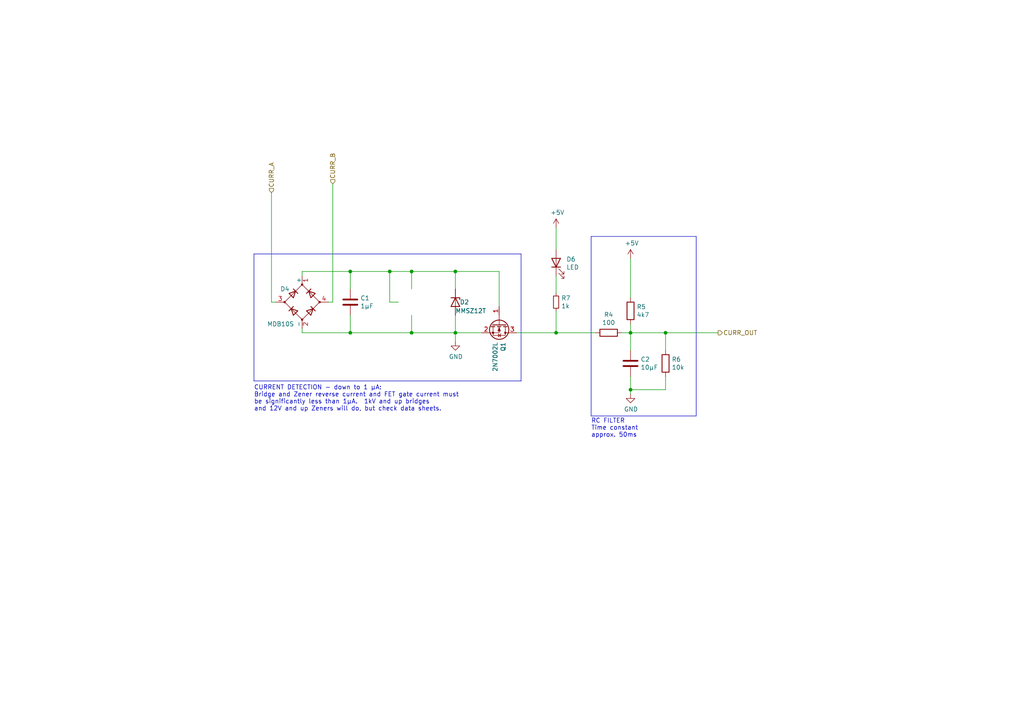
<source format=kicad_sch>
(kicad_sch (version 20230121) (generator eeschema)
  (paper "A4")
  (lib_symbols
    (symbol "Device:C" (pin_numbers hide) (pin_names (offset 0.254))
      (property "Reference" "C" (at 0.635 2.54 0))
      (property "Value" "C" (at 0.635 -2.54 0))
      (symbol "C_0_1"
        (polyline (pts (xy -2.032 -0.762) (xy 2.032 -0.762)) (stroke (width 0.508)))
        (polyline (pts (xy -2.032 0.762) (xy 2.032 0.762)) (stroke (width 0.508)))
      )
      (symbol "C_1_1"
        (pin passive line (at 0 3.81 270) (length 2.794) (name "~") (number "1"))
        (pin passive line (at 0 -3.81 90) (length 2.794) (name "~") (number "2"))
      )
    )
    (symbol "Device:D_Bridge_+-AA" (pin_names (offset 0))
      (property "Reference" "D" (at 2.54 6.985 0))
      (property "Value" "D_Bridge_+-AA" (at 2.54 5.08 0))
      (symbol "D_Bridge_+-AA_0_1"
        (circle (center -5.08 0) (radius 0.254) (fill (type outline)))
        (circle (center 0 -5.08) (radius 0.254) (fill (type outline)))
        (polyline (pts (xy -2.54 3.81) (xy -1.27 2.54)) (stroke (width 0.254)))
        (polyline (pts (xy -1.27 -2.54) (xy -2.54 -3.81)) (stroke (width 0.254)))
        (polyline (pts (xy 2.54 -1.27) (xy 3.81 -2.54)) (stroke (width 0.254)))
        (polyline (pts (xy 2.54 1.27) (xy 3.81 2.54)) (stroke (width 0.254)))
        (polyline (pts (xy -3.81 2.54) (xy -2.54 1.27) (xy -1.905 3.175) (xy -3.81 2.54)) (stroke (width 0.254)))
        (polyline (pts (xy -2.54 -1.27) (xy -3.81 -2.54) (xy -1.905 -3.175) (xy -2.54 -1.27)) (stroke (width 0.254)))
        (polyline (pts (xy 1.27 2.54) (xy 2.54 3.81) (xy 3.175 1.905) (xy 1.27 2.54)) (stroke (width 0.254)))
        (polyline (pts (xy 3.175 -1.905) (xy 1.27 -2.54) (xy 2.54 -3.81) (xy 3.175 -1.905)) (stroke (width 0.254)))
        (polyline (pts (xy -5.08 0) (xy 0 -5.08) (xy 5.08 0) (xy 0 5.08) (xy -5.08 0)))
        (circle (center 0 5.08) (radius 0.254) (fill (type outline)))
        (circle (center 5.08 0) (radius 0.254) (fill (type outline)))
      )
      (symbol "D_Bridge_+-AA_1_1"
        (pin passive line (at 7.62 0 180) (length 2.54) (name "+") (number "1"))
        (pin passive line (at -7.62 0 0) (length 2.54) (name "-") (number "2"))
        (pin passive line (at 0 7.62 270) (length 2.54) (name "~") (number "3"))
        (pin passive line (at 0 -7.62 90) (length 2.54) (name "~") (number "4"))
      )
    )
    (symbol "Device:D_Zener" (pin_numbers hide) (pin_names (offset 1.016) hide)
      (property "Reference" "D" (at 0 2.54 0))
      (property "Value" "D_Zener" (at 0 -2.54 0))
      (symbol "D_Zener_0_1"
        (polyline (pts (xy 1.27 0) (xy -1.27 0)))
        (polyline (pts (xy -1.27 -1.27) (xy -1.27 1.27) (xy -0.762 1.27)) (stroke (width 0.254)))
        (polyline (pts (xy 1.27 -1.27) (xy 1.27 1.27) (xy -1.27 0) (xy 1.27 -1.27)) (stroke (width 0.254)))
      )
      (symbol "D_Zener_1_1"
        (pin passive line (at -3.81 0 0) (length 2.54) (name "K") (number "1"))
        (pin passive line (at 3.81 0 180) (length 2.54) (name "A") (number "2"))
      )
    )
    (symbol "Device:LED" (pin_numbers hide) (pin_names (offset 1.016) hide)
      (property "Reference" "D" (at 0 2.54 0))
      (property "Value" "LED" (at 0 -2.54 0))
      (symbol "LED_0_1"
        (polyline (pts (xy -1.27 -1.27) (xy -1.27 1.27)) (stroke (width 0.254)))
        (polyline (pts (xy -1.27 0) (xy 1.27 0)))
        (polyline (pts (xy 1.27 -1.27) (xy 1.27 1.27) (xy -1.27 0) (xy 1.27 -1.27)) (stroke (width 0.254)))
        (polyline (pts (xy -3.048 -0.762) (xy -4.572 -2.286) (xy -3.81 -2.286) (xy -4.572 -2.286) (xy -4.572 -1.524)))
        (polyline (pts (xy -1.778 -0.762) (xy -3.302 -2.286) (xy -2.54 -2.286) (xy -3.302 -2.286) (xy -3.302 -1.524)))
      )
      (symbol "LED_1_1"
        (pin passive line (at -3.81 0 0) (length 2.54) (name "K") (number "1"))
        (pin passive line (at 3.81 0 180) (length 2.54) (name "A") (number "2"))
      )
    )
    (symbol "Device:Q_NMOS_GSD" (pin_names (offset 0) hide)
      (property "Reference" "Q" (at 5.08 1.27 0))
      (property "Value" "Q_NMOS_GSD" (at 5.08 -1.27 0))
      (symbol "Q_NMOS_GSD_0_1"
        (polyline (pts (xy 0.254 0) (xy -2.54 0)))
        (polyline (pts (xy 0.254 1.905) (xy 0.254 -1.905)) (stroke (width 0.254)))
        (polyline (pts (xy 0.762 -1.27) (xy 0.762 -2.286)) (stroke (width 0.254)))
        (polyline (pts (xy 0.762 0.508) (xy 0.762 -0.508)) (stroke (width 0.254)))
        (polyline (pts (xy 0.762 2.286) (xy 0.762 1.27)) (stroke (width 0.254)))
        (polyline (pts (xy 2.54 2.54) (xy 2.54 1.778)))
        (polyline (pts (xy 2.54 -2.54) (xy 2.54 0) (xy 0.762 0)))
        (polyline (pts (xy 0.762 -1.778) (xy 3.302 -1.778) (xy 3.302 1.778) (xy 0.762 1.778)))
        (polyline (pts (xy 1.016 0) (xy 2.032 0.381) (xy 2.032 -0.381) (xy 1.016 0)) (fill (type outline)))
        (polyline (pts (xy 2.794 0.508) (xy 2.921 0.381) (xy 3.683 0.381) (xy 3.81 0.254)))
        (polyline (pts (xy 3.302 0.381) (xy 2.921 -0.254) (xy 3.683 -0.254) (xy 3.302 0.381)))
        (circle (center 1.651 0) (radius 2.794) (stroke (width 0.254)))
        (circle (center 2.54 -1.778) (radius 0.254) (fill (type outline)))
        (circle (center 2.54 1.778) (radius 0.254) (fill (type outline)))
      )
      (symbol "Q_NMOS_GSD_1_1"
        (pin input line (at -5.08 0 0) (length 2.54) (name "G") (number "1"))
        (pin passive line (at 2.54 -5.08 90) (length 2.54) (name "S") (number "2"))
        (pin passive line (at 2.54 5.08 270) (length 2.54) (name "D") (number "3"))
      )
    )
    (symbol "Device:R" (pin_numbers hide) (pin_names (offset 0))
      (property "Reference" "R" (at 2.032 0 90))
      (property "Value" "R" (at 0 0 90))
      (symbol "R_0_1"
        (rectangle (start -1.016 -2.54) (end 1.016 2.54) (stroke (width 0.254)))
      )
      (symbol "R_1_1"
        (pin passive line (at 0 3.81 270) (length 1.27) (name "~") (number "1"))
        (pin passive line (at 0 -3.81 90) (length 1.27) (name "~") (number "2"))
      )
    )
    (symbol "Device:R_Small" (pin_numbers hide) (pin_names (offset 0.254) hide)
      (property "Reference" "R" (at 0.762 0.508 0))
      (property "Value" "R_Small" (at 0.762 -1.016 0))
      (symbol "R_Small_0_1"
        (rectangle (start -0.762 1.778) (end 0.762 -1.778) (stroke (width 0.2032)))
      )
      (symbol "R_Small_1_1"
        (pin passive line (at 0 2.54 270) (length 0.762) (name "~") (number "1"))
        (pin passive line (at 0 -2.54 90) (length 0.762) (name "~") (number "2"))
      )
    )
    (symbol "power:+5V" (power) (pin_names (offset 0))
      (property "Value" "+5V" (at 0 3.556 0))
      (symbol "+5V_0_1"
        (polyline (pts (xy -0.762 1.27) (xy 0 2.54)))
        (polyline (pts (xy 0 0) (xy 0 2.54)))
        (polyline (pts (xy 0 2.54) (xy 0.762 1.27)))
      )
      (symbol "+5V_1_1"
        (pin power_in line (at 0 0 90) (length 0) hide (name "+5V") (number "1"))
      )
    )
    (symbol "power:GND" (power) (pin_names (offset 0))
      (property "Value" "GND" (at 0 -3.81 0))
      (symbol "GND_0_1"
        (polyline (pts (xy 0 0) (xy 0 -1.27) (xy 1.27 -1.27) (xy 0 -2.54) (xy -1.27 -1.27) (xy 0 -1.27)))
      )
      (symbol "GND_1_1"
        (pin power_in line (at 0 0 270) (length 0) hide (name "GND") (number "1"))
      )
    )
  )
  (junction (at 113.03 78.74))
  (junction (at 101.6 96.52))
  (junction (at 182.88 113.03))
  (junction (at 182.88 96.52))
  (junction (at 132.08 96.52))
  (junction (at 119.38 96.52))
  (junction (at 101.6 78.74))
  (junction (at 132.08 78.74))
  (junction (at 119.38 78.74))
  (junction (at 193.04 96.52))
  (junction (at 161.29 96.52))
  (wire (pts (xy 182.88 96.52) (xy 193.04 96.52)))
  (wire (pts (xy 87.63 80.01) (xy 87.63 78.74)))
  (wire (pts (xy 78.74 87.63) (xy 80.01 87.63)))
  (wire (pts (xy 113.03 78.74) (xy 119.38 78.74)))
  (wire (pts (xy 193.04 96.52) (xy 193.04 101.6)))
  (wire (pts (xy 87.63 78.74) (xy 101.6 78.74)))
  (wire (pts (xy 161.29 96.52) (xy 172.72 96.52)))
  (wire (pts (xy 132.08 99.06) (xy 132.08 96.52)))
  (wire (pts (xy 132.08 96.52) (xy 139.7 96.52)))
  (wire (pts (xy 87.63 96.52) (xy 101.6 96.52)))
  (wire (pts (xy 182.88 113.03) (xy 182.88 114.3)))
  (wire (pts (xy 87.63 95.25) (xy 87.63 96.52)))
  (wire (pts (xy 119.38 96.52) (xy 132.08 96.52)))
  (wire (pts (xy 161.29 72.39) (xy 161.29 66.04)))
  (polyline (pts (xy 151.13 110.49) (xy 73.66 110.49)))
  (wire (pts (xy 96.52 53.34) (xy 96.52 87.63)))
  (wire (pts (xy 193.04 109.22) (xy 193.04 113.03)))
  (wire (pts (xy 149.86 96.52) (xy 161.29 96.52)))
  (wire (pts (xy 144.78 88.9) (xy 144.78 78.74)))
  (wire (pts (xy 180.34 96.52) (xy 182.88 96.52)))
  (wire (pts (xy 78.74 55.88) (xy 78.74 87.63)))
  (wire (pts (xy 119.38 91.44) (xy 119.38 96.52)))
  (wire (pts (xy 161.29 85.09) (xy 161.29 80.01)))
  (wire (pts (xy 113.03 87.63) (xy 113.03 78.74)))
  (polyline (pts (xy 73.66 73.66) (xy 151.13 73.66)))
  (wire (pts (xy 182.88 109.22) (xy 182.88 113.03)))
  (wire (pts (xy 96.52 87.63) (xy 95.25 87.63)))
  (wire (pts (xy 132.08 91.44) (xy 132.08 96.52)))
  (wire (pts (xy 193.04 113.03) (xy 182.88 113.03)))
  (polyline (pts (xy 73.66 110.49) (xy 73.66 73.66)))
  (wire (pts (xy 144.78 78.74) (xy 132.08 78.74)))
  (wire (pts (xy 101.6 96.52) (xy 119.38 96.52)))
  (wire (pts (xy 182.88 86.36) (xy 182.88 74.93)))
  (wire (pts (xy 161.29 90.17) (xy 161.29 96.52)))
  (polyline (pts (xy 201.93 120.65) (xy 171.45 120.65)))
  (wire (pts (xy 182.88 96.52) (xy 182.88 93.98)))
  (wire (pts (xy 119.38 83.82) (xy 119.38 78.74)))
  (polyline (pts (xy 201.93 68.58) (xy 201.93 120.65)))
  (polyline (pts (xy 171.45 68.58) (xy 201.93 68.58)))
  (wire (pts (xy 132.08 83.82) (xy 132.08 78.74)))
  (wire (pts (xy 119.38 78.74) (xy 132.08 78.74)))
  (wire (pts (xy 101.6 96.52) (xy 101.6 91.44)))
  (polyline (pts (xy 171.45 120.65) (xy 171.45 68.58)))
  (wire (pts (xy 193.04 96.52) (xy 208.28 96.52)))
  (wire (pts (xy 101.6 78.74) (xy 113.03 78.74)))
  (wire (pts (xy 115.57 87.63) (xy 113.03 87.63)))
  (polyline (pts (xy 151.13 73.66) (xy 151.13 110.49)))
  (wire (pts (xy 101.6 83.82) (xy 101.6 78.74)))
  (wire (pts (xy 182.88 96.52) (xy 182.88 101.6)))
  (text "RC FILTER\nTime constant\napprox. 50ms" (at 171.45 127 0) (effects (font (size 1.27 1.27)) (justify left bottom)))
  (text "CURRENT DETECTION - down to 1 µA:\nBridge and Zener reverse current and FET gate current must\nbe significantly less than 1µA.  1kV and up bridges\nand 12V and up Zeners will do, but check data sheets." (at 73.66 119.38 0) (effects (font (size 1.27 1.27)) (justify left bottom)))
  (hierarchical_label "CURR_OUT" (shape output) (at 208.28 96.52 0))
  (hierarchical_label "CURR_A" (shape input) (at 78.74 55.88 90))
  (hierarchical_label "CURR_B" (shape input) (at 96.52 53.34 90))
  (symbol (lib_id "Device:R_POT_TRIM") (at 119.38 87.63 180) (unit 1)
    (property "Reference" "RV1" (at 121.158 86.4616 0) (effects (justify right)))
    (property "Value" "5M" (at 121.158 88.773 0) (effects (justify right)))
    (property "Footprint" "Potentiometer_THT:Potentiometer_Bourns_3386P_Vertical" (effects hide))
    (instances (project "authbox-relay-driver" (path "" (reference "RV1") (unit 1)) (path "" (reference "RV?") (unit 1)) (path "" (reference "RV2") (unit 1))))
  )
  (symbol (lib_id "Device:D_Zener") (at 132.08 87.63 270) (unit 1)
    (property "Reference" "D2" (at 133.35 87.63 90) (effects (justify left)))
    (property "Value" "MMSZ12T" (at 132.08 90.17 90) (effects (justify left)))
    (property "Footprint" "Diode_SMD:D_SOD-123" (effects hide))
    (instances (project "authbox-relay-driver" (path "" (reference "D2") (unit 1)) (path "" (reference "D?") (unit 1)) (path "" (reference "D5") (unit 1))))
  )
  (symbol (lib_id "Device:Q_NMOS_GSD") (at 144.78 93.98 270) (unit 1)
    (property "Reference" "Q1" (at 145.9484 99.2124 0) (effects (justify left)))
    (property "Value" "2N7002L" (at 143.637 99.2124 0) (effects (justify left)))
    (property "Footprint" "Package_TO_SOT_SMD:SOT-23_Handsoldering" (effects hide))
    (instances (project "authbox-relay-driver" (path "" (reference "Q1") (unit 1)) (path "" (reference "Q?") (unit 1)) (path "" (reference "Q4") (unit 1))))
  )
  (symbol (lib_id "Device:C") (at 101.6 87.63 0) (unit 1)
    (property "Reference" "C1" (at 104.521 86.4616 0) (effects (justify left)))
    (property "Value" "1µF" (at 104.521 88.773 0) (effects (justify left)))
    (property "Footprint" "Capacitor_SMD:C_0603_1608Metric_Pad0.99x1.00mm_HandSolder" (effects hide))
    (instances (project "authbox-relay-driver" (path "" (reference "C1") (unit 1)) (path "" (reference "C?") (unit 1)) (path "" (reference "C3") (unit 1))))
  )
  (symbol (lib_id "power:GND") (at 132.08 99.06 0) (unit 1)
    (property "Reference" "#PWR0104" (effects hide))
    (property "Value" "GND" (at 132.207 103.4542 0))
    (instances (project "authbox-relay-driver" (path "" (reference "#PWR0104") (unit 1)) (path "" (reference "#PWR?") (unit 1)) (path "" (reference "#PWR0121") (unit 1))))
  )
  (symbol (lib_id "Device:R") (at 176.53 96.52 270) (unit 1)
    (property "Reference" "R4" (at 176.53 91.2622 90))
    (property "Value" "100" (at 176.53 93.5736 90))
    (property "Footprint" "Resistor_SMD:R_0603_1608Metric_Pad0.99x1.00mm_HandSolder" (effects hide))
    (instances (project "authbox-relay-driver" (path "" (reference "R4") (unit 1)) (path "" (reference "R?") (unit 1)) (path "" (reference "R8") (unit 1))))
  )
  (symbol (lib_id "Device:R") (at 182.88 90.17 0) (unit 1)
    (property "Reference" "R5" (at 184.658 89.0016 0) (effects (justify left)))
    (property "Value" "4k7" (at 184.658 91.313 0) (effects (justify left)))
    (property "Footprint" "Resistor_SMD:R_0603_1608Metric_Pad0.99x1.00mm_HandSolder" (effects hide))
    (instances (project "authbox-relay-driver" (path "" (reference "R5") (unit 1)) (path "" (reference "R?") (unit 1)) (path "" (reference "R9") (unit 1))))
  )
  (symbol (lib_id "Device:C") (at 182.88 105.41 0) (unit 1)
    (property "Reference" "C2" (at 185.801 104.2416 0) (effects (justify left)))
    (property "Value" "10µF" (at 185.801 106.553 0) (effects (justify left)))
    (property "Footprint" "Capacitor_SMD:C_0603_1608Metric_Pad0.99x1.00mm_HandSolder" (effects hide))
    (instances (project "authbox-relay-driver" (path "" (reference "C2") (unit 1)) (path "" (reference "C?") (unit 1)) (path "" (reference "C6") (unit 1))))
  )
  (symbol (lib_id "power:+5V") (at 182.88 74.93 0) (unit 1)
    (property "Reference" "#PWR0105" (effects hide))
    (property "Value" "+5V" (at 183.261 70.5358 0))
    (instances (project "authbox-relay-driver" (path "" (reference "#PWR0105") (unit 1)) (path "" (reference "#PWR?") (unit 1)) (path "" (reference "#PWR0122") (unit 1))))
  )
  (symbol (lib_id "power:GND") (at 182.88 114.3 0) (unit 1)
    (property "Reference" "#PWR0106" (effects hide))
    (property "Value" "GND" (at 183.007 118.6942 0))
    (instances (project "authbox-relay-driver" (path "" (reference "#PWR0106") (unit 1)) (path "" (reference "#PWR?") (unit 1)) (path "" (reference "#PWR0123") (unit 1))))
  )
  (symbol (lib_id "Device:R") (at 193.04 105.41 0) (unit 1)
    (property "Reference" "R6" (at 194.818 104.2416 0) (effects (justify left)))
    (property "Value" "10k" (at 194.818 106.553 0) (effects (justify left)))
    (property "Footprint" "Resistor_SMD:R_0603_1608Metric_Pad0.99x1.00mm_HandSolder" (effects hide))
    (instances (project "authbox-relay-driver" (path "" (reference "R6") (unit 1)) (path "" (reference "R?") (unit 1)) (path "" (reference "R10") (unit 1))))
  )
  (symbol (lib_id "Device:LED") (at 161.29 76.2 90) (unit 1)
    (property "Reference" "D6" (at 164.2618 75.2094 90) (effects (justify right)))
    (property "Value" "LED" (at 164.2618 77.5208 90) (effects (justify right)))
    (property "Footprint" "LED_SMD:LED_0603_1608Metric_Pad0.82x1.00mm_HandSolder" (effects hide))
    (instances (project "authbox-relay-driver" (path "" (reference "D6") (unit 1)) (path "" (reference "D3") (unit 1))))
  )
  (symbol (lib_id "Device:R_Small") (at 161.29 87.63 0) (unit 1)
    (property "Reference" "R7" (at 162.7886 86.4616 0) (effects (justify left)))
    (property "Value" "1k" (at 162.7886 88.773 0) (effects (justify left)))
    (property "Footprint" "Resistor_SMD:R_0603_1608Metric_Pad0.99x1.00mm_HandSolder" (effects hide))
    (instances (project "authbox-relay-driver" (path "" (reference "R7") (unit 1)) (path "" (reference "R3") (unit 1))))
  )
  (symbol (lib_id "power:+5V") (at 161.29 66.04 0) (unit 1)
    (property "Reference" "#PWR0124" (effects hide))
    (property "Value" "+5V" (at 161.671 61.6458 0))
    (instances (project "authbox-relay-driver" (path "" (reference "#PWR0124") (unit 1)) (path "" (reference "#PWR0120") (unit 1))))
  )
  (symbol (lib_id "Device:D_Bridge_+-AA") (at 87.63 87.63 90) (unit 1)
    (property "Reference" "D4" (at 81.28 83.82 90) (effects (justify right)))
    (property "Value" "MDB10S" (at 77.47 93.98 90) (effects (justify right)))
    (property "Footprint" "Diode_SMD:Diode_Bridge_Diotec_ABS" (effects hide))
    (instances (project "authbox-relay-driver" (path "" (reference "D4") (unit 1)) (path "" (reference "D1") (unit 1))))
  )
)
</source>
